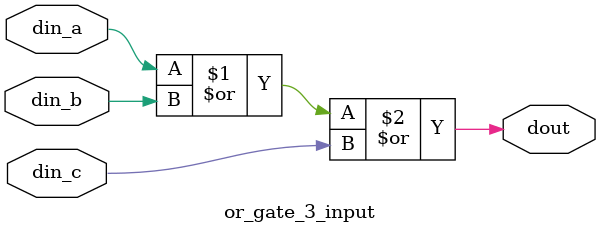
<source format=v>
`timescale 1ns/10ps

module or_gate_3_input(
    din_a,
    din_b,
    din_c,
    dout
);

input din_a, din_b, din_c;
output dout;

assign dout = din_a | din_b | din_c;

endmodule
</source>
